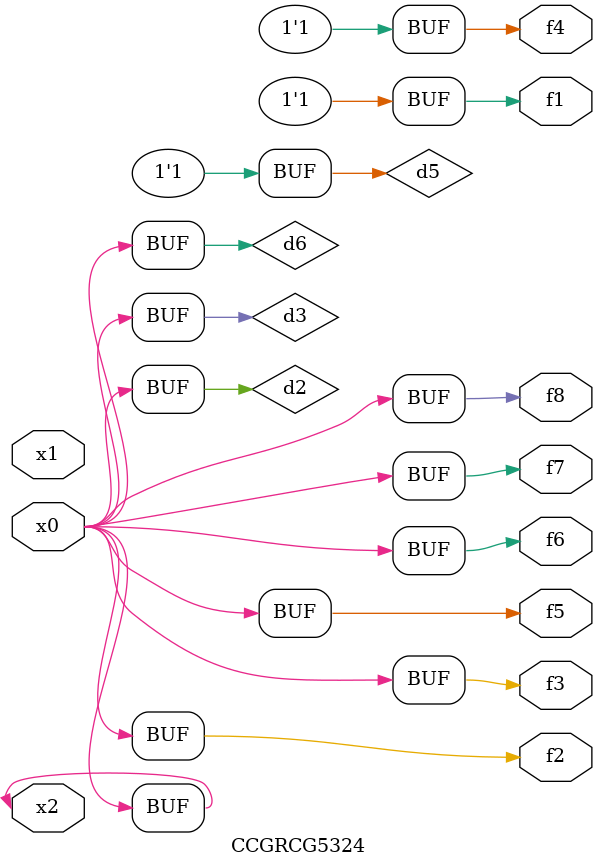
<source format=v>
module CCGRCG5324(
	input x0, x1, x2,
	output f1, f2, f3, f4, f5, f6, f7, f8
);

	wire d1, d2, d3, d4, d5, d6;

	xnor (d1, x2);
	buf (d2, x0, x2);
	and (d3, x0);
	xnor (d4, x1, x2);
	nand (d5, d1, d3);
	buf (d6, d2, d3);
	assign f1 = d5;
	assign f2 = d6;
	assign f3 = d6;
	assign f4 = d5;
	assign f5 = d6;
	assign f6 = d6;
	assign f7 = d6;
	assign f8 = d6;
endmodule

</source>
